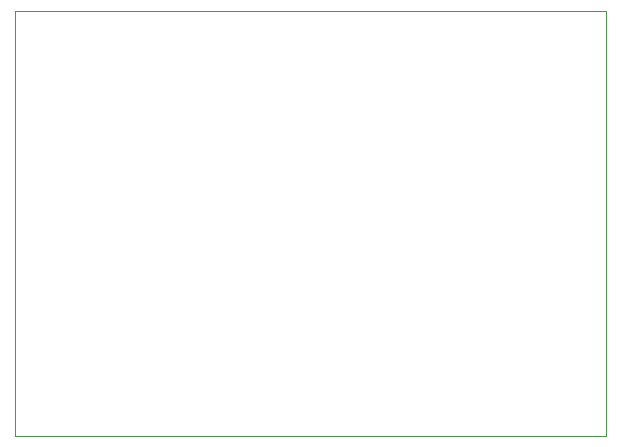
<source format=gbr>
%TF.GenerationSoftware,KiCad,Pcbnew,8.0.8*%
%TF.CreationDate,2025-04-28T22:16:34+02:00*%
%TF.ProjectId,stern-aux-power-distribution,73746572-6e2d-4617-9578-2d706f776572,rev?*%
%TF.SameCoordinates,Original*%
%TF.FileFunction,Profile,NP*%
%FSLAX46Y46*%
G04 Gerber Fmt 4.6, Leading zero omitted, Abs format (unit mm)*
G04 Created by KiCad (PCBNEW 8.0.8) date 2025-04-28 22:16:34*
%MOMM*%
%LPD*%
G01*
G04 APERTURE LIST*
%TA.AperFunction,Profile*%
%ADD10C,0.050000*%
%TD*%
G04 APERTURE END LIST*
D10*
X31340000Y-30260000D02*
X81340000Y-30260000D01*
X81340000Y-66260000D01*
X31340000Y-66260000D01*
X31340000Y-30260000D01*
M02*

</source>
